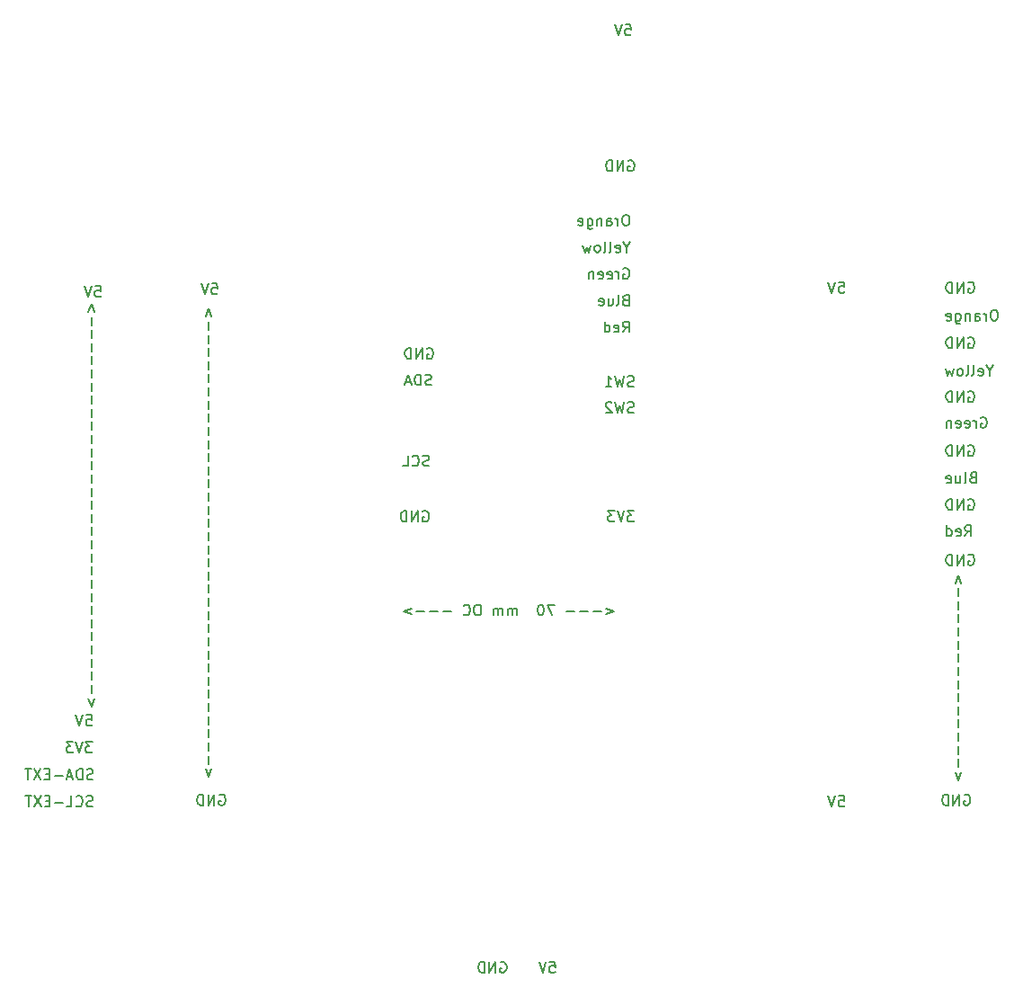
<source format=gbr>
%TF.GenerationSoftware,KiCad,Pcbnew,(5.1.9)-1*%
%TF.CreationDate,2023-04-15T18:22:43-04:00*%
%TF.ProjectId,ESP backpack,45535020-6261-4636-9b70-61636b2e6b69,rev?*%
%TF.SameCoordinates,Original*%
%TF.FileFunction,Legend,Bot*%
%TF.FilePolarity,Positive*%
%FSLAX46Y46*%
G04 Gerber Fmt 4.6, Leading zero omitted, Abs format (unit mm)*
G04 Created by KiCad (PCBNEW (5.1.9)-1) date 2023-04-15 18:22:43*
%MOMM*%
%LPD*%
G01*
G04 APERTURE LIST*
%ADD10C,0.150000*%
G04 APERTURE END LIST*
D10*
X60820133Y-37488761D02*
X60677276Y-37536380D01*
X60439180Y-37536380D01*
X60343942Y-37488761D01*
X60296323Y-37441142D01*
X60248704Y-37345904D01*
X60248704Y-37250666D01*
X60296323Y-37155428D01*
X60343942Y-37107809D01*
X60439180Y-37060190D01*
X60629657Y-37012571D01*
X60724895Y-36964952D01*
X60772514Y-36917333D01*
X60820133Y-36822095D01*
X60820133Y-36726857D01*
X60772514Y-36631619D01*
X60724895Y-36584000D01*
X60629657Y-36536380D01*
X60391561Y-36536380D01*
X60248704Y-36584000D01*
X59915371Y-36536380D02*
X59677276Y-37536380D01*
X59486800Y-36822095D01*
X59296323Y-37536380D01*
X59058228Y-36536380D01*
X58724895Y-36631619D02*
X58677276Y-36584000D01*
X58582038Y-36536380D01*
X58343942Y-36536380D01*
X58248704Y-36584000D01*
X58201085Y-36631619D01*
X58153466Y-36726857D01*
X58153466Y-36822095D01*
X58201085Y-36964952D01*
X58772514Y-37536380D01*
X58153466Y-37536380D01*
X60820133Y-35050361D02*
X60677276Y-35097980D01*
X60439180Y-35097980D01*
X60343942Y-35050361D01*
X60296323Y-35002742D01*
X60248704Y-34907504D01*
X60248704Y-34812266D01*
X60296323Y-34717028D01*
X60343942Y-34669409D01*
X60439180Y-34621790D01*
X60629657Y-34574171D01*
X60724895Y-34526552D01*
X60772514Y-34478933D01*
X60820133Y-34383695D01*
X60820133Y-34288457D01*
X60772514Y-34193219D01*
X60724895Y-34145600D01*
X60629657Y-34097980D01*
X60391561Y-34097980D01*
X60248704Y-34145600D01*
X59915371Y-34097980D02*
X59677276Y-35097980D01*
X59486800Y-34383695D01*
X59296323Y-35097980D01*
X59058228Y-34097980D01*
X58153466Y-35097980D02*
X58724895Y-35097980D01*
X58439180Y-35097980D02*
X58439180Y-34097980D01*
X58534419Y-34240838D01*
X58629657Y-34336076D01*
X58724895Y-34383695D01*
X41752685Y-34897961D02*
X41609828Y-34945580D01*
X41371733Y-34945580D01*
X41276495Y-34897961D01*
X41228876Y-34850342D01*
X41181257Y-34755104D01*
X41181257Y-34659866D01*
X41228876Y-34564628D01*
X41276495Y-34517009D01*
X41371733Y-34469390D01*
X41562209Y-34421771D01*
X41657447Y-34374152D01*
X41705066Y-34326533D01*
X41752685Y-34231295D01*
X41752685Y-34136057D01*
X41705066Y-34040819D01*
X41657447Y-33993200D01*
X41562209Y-33945580D01*
X41324114Y-33945580D01*
X41181257Y-33993200D01*
X40752685Y-34945580D02*
X40752685Y-33945580D01*
X40514590Y-33945580D01*
X40371733Y-33993200D01*
X40276495Y-34088438D01*
X40228876Y-34183676D01*
X40181257Y-34374152D01*
X40181257Y-34517009D01*
X40228876Y-34707485D01*
X40276495Y-34802723D01*
X40371733Y-34897961D01*
X40514590Y-34945580D01*
X40752685Y-34945580D01*
X39800304Y-34659866D02*
X39324114Y-34659866D01*
X39895542Y-34945580D02*
X39562209Y-33945580D01*
X39228876Y-34945580D01*
X41525676Y-42517961D02*
X41382819Y-42565580D01*
X41144723Y-42565580D01*
X41049485Y-42517961D01*
X41001866Y-42470342D01*
X40954247Y-42375104D01*
X40954247Y-42279866D01*
X41001866Y-42184628D01*
X41049485Y-42137009D01*
X41144723Y-42089390D01*
X41335200Y-42041771D01*
X41430438Y-41994152D01*
X41478057Y-41946533D01*
X41525676Y-41851295D01*
X41525676Y-41756057D01*
X41478057Y-41660819D01*
X41430438Y-41613200D01*
X41335200Y-41565580D01*
X41097104Y-41565580D01*
X40954247Y-41613200D01*
X39954247Y-42470342D02*
X40001866Y-42517961D01*
X40144723Y-42565580D01*
X40239961Y-42565580D01*
X40382819Y-42517961D01*
X40478057Y-42422723D01*
X40525676Y-42327485D01*
X40573295Y-42137009D01*
X40573295Y-41994152D01*
X40525676Y-41803676D01*
X40478057Y-41708438D01*
X40382819Y-41613200D01*
X40239961Y-41565580D01*
X40144723Y-41565580D01*
X40001866Y-41613200D01*
X39954247Y-41660819D01*
X39049485Y-42565580D02*
X39525676Y-42565580D01*
X39525676Y-41565580D01*
X60826495Y-46797980D02*
X60207447Y-46797980D01*
X60540780Y-47178933D01*
X60397923Y-47178933D01*
X60302685Y-47226552D01*
X60255066Y-47274171D01*
X60207447Y-47369409D01*
X60207447Y-47607504D01*
X60255066Y-47702742D01*
X60302685Y-47750361D01*
X60397923Y-47797980D01*
X60683638Y-47797980D01*
X60778876Y-47750361D01*
X60826495Y-47702742D01*
X59921733Y-46797980D02*
X59588400Y-47797980D01*
X59255066Y-46797980D01*
X59016971Y-46797980D02*
X58397923Y-46797980D01*
X58731257Y-47178933D01*
X58588400Y-47178933D01*
X58493161Y-47226552D01*
X58445542Y-47274171D01*
X58397923Y-47369409D01*
X58397923Y-47607504D01*
X58445542Y-47702742D01*
X58493161Y-47750361D01*
X58588400Y-47797980D01*
X58874114Y-47797980D01*
X58969352Y-47750361D01*
X59016971Y-47702742D01*
X41351104Y-31504000D02*
X41446342Y-31456380D01*
X41589200Y-31456380D01*
X41732057Y-31504000D01*
X41827295Y-31599238D01*
X41874914Y-31694476D01*
X41922533Y-31884952D01*
X41922533Y-32027809D01*
X41874914Y-32218285D01*
X41827295Y-32313523D01*
X41732057Y-32408761D01*
X41589200Y-32456380D01*
X41493961Y-32456380D01*
X41351104Y-32408761D01*
X41303485Y-32361142D01*
X41303485Y-32027809D01*
X41493961Y-32027809D01*
X40874914Y-32456380D02*
X40874914Y-31456380D01*
X40303485Y-32456380D01*
X40303485Y-31456380D01*
X39827295Y-32456380D02*
X39827295Y-31456380D01*
X39589200Y-31456380D01*
X39446342Y-31504000D01*
X39351104Y-31599238D01*
X39303485Y-31694476D01*
X39255866Y-31884952D01*
X39255866Y-32027809D01*
X39303485Y-32218285D01*
X39351104Y-32313523D01*
X39446342Y-32408761D01*
X39589200Y-32456380D01*
X39827295Y-32456380D01*
X40944704Y-46845600D02*
X41039942Y-46797980D01*
X41182800Y-46797980D01*
X41325657Y-46845600D01*
X41420895Y-46940838D01*
X41468514Y-47036076D01*
X41516133Y-47226552D01*
X41516133Y-47369409D01*
X41468514Y-47559885D01*
X41420895Y-47655123D01*
X41325657Y-47750361D01*
X41182800Y-47797980D01*
X41087561Y-47797980D01*
X40944704Y-47750361D01*
X40897085Y-47702742D01*
X40897085Y-47369409D01*
X41087561Y-47369409D01*
X40468514Y-47797980D02*
X40468514Y-46797980D01*
X39897085Y-47797980D01*
X39897085Y-46797980D01*
X39420895Y-47797980D02*
X39420895Y-46797980D01*
X39182800Y-46797980D01*
X39039942Y-46845600D01*
X38944704Y-46940838D01*
X38897085Y-47036076D01*
X38849466Y-47226552D01*
X38849466Y-47369409D01*
X38897085Y-47559885D01*
X38944704Y-47655123D01*
X39039942Y-47750361D01*
X39182800Y-47797980D01*
X39420895Y-47797980D01*
X60299504Y-13825600D02*
X60394742Y-13777980D01*
X60537600Y-13777980D01*
X60680457Y-13825600D01*
X60775695Y-13920838D01*
X60823314Y-14016076D01*
X60870933Y-14206552D01*
X60870933Y-14349409D01*
X60823314Y-14539885D01*
X60775695Y-14635123D01*
X60680457Y-14730361D01*
X60537600Y-14777980D01*
X60442361Y-14777980D01*
X60299504Y-14730361D01*
X60251885Y-14682742D01*
X60251885Y-14349409D01*
X60442361Y-14349409D01*
X59823314Y-14777980D02*
X59823314Y-13777980D01*
X59251885Y-14777980D01*
X59251885Y-13777980D01*
X58775695Y-14777980D02*
X58775695Y-13777980D01*
X58537600Y-13777980D01*
X58394742Y-13825600D01*
X58299504Y-13920838D01*
X58251885Y-14016076D01*
X58204266Y-14206552D01*
X58204266Y-14349409D01*
X58251885Y-14539885D01*
X58299504Y-14635123D01*
X58394742Y-14730361D01*
X58537600Y-14777980D01*
X58775695Y-14777980D01*
X60032876Y-976380D02*
X60509066Y-976380D01*
X60556685Y-1452571D01*
X60509066Y-1404952D01*
X60413828Y-1357333D01*
X60175733Y-1357333D01*
X60080495Y-1404952D01*
X60032876Y-1452571D01*
X59985257Y-1547809D01*
X59985257Y-1785904D01*
X60032876Y-1881142D01*
X60080495Y-1928761D01*
X60175733Y-1976380D01*
X60413828Y-1976380D01*
X60509066Y-1928761D01*
X60556685Y-1881142D01*
X59699542Y-976380D02*
X59366209Y-1976380D01*
X59032876Y-976380D01*
X59788371Y-29949980D02*
X60121704Y-29473790D01*
X60359800Y-29949980D02*
X60359800Y-28949980D01*
X59978847Y-28949980D01*
X59883609Y-28997600D01*
X59835990Y-29045219D01*
X59788371Y-29140457D01*
X59788371Y-29283314D01*
X59835990Y-29378552D01*
X59883609Y-29426171D01*
X59978847Y-29473790D01*
X60359800Y-29473790D01*
X58978847Y-29902361D02*
X59074085Y-29949980D01*
X59264562Y-29949980D01*
X59359800Y-29902361D01*
X59407419Y-29807123D01*
X59407419Y-29426171D01*
X59359800Y-29330933D01*
X59264562Y-29283314D01*
X59074085Y-29283314D01*
X58978847Y-29330933D01*
X58931228Y-29426171D01*
X58931228Y-29521409D01*
X59407419Y-29616647D01*
X58074085Y-29949980D02*
X58074085Y-28949980D01*
X58074085Y-29902361D02*
X58169323Y-29949980D01*
X58359800Y-29949980D01*
X58455038Y-29902361D01*
X58502657Y-29854742D01*
X58550276Y-29759504D01*
X58550276Y-29473790D01*
X58502657Y-29378552D01*
X58455038Y-29330933D01*
X58359800Y-29283314D01*
X58169323Y-29283314D01*
X58074085Y-29330933D01*
X60026467Y-26916571D02*
X59883610Y-26964190D01*
X59835991Y-27011809D01*
X59788372Y-27107047D01*
X59788372Y-27249904D01*
X59835991Y-27345142D01*
X59883610Y-27392761D01*
X59978848Y-27440380D01*
X60359800Y-27440380D01*
X60359800Y-26440380D01*
X60026467Y-26440380D01*
X59931229Y-26488000D01*
X59883610Y-26535619D01*
X59835991Y-26630857D01*
X59835991Y-26726095D01*
X59883610Y-26821333D01*
X59931229Y-26868952D01*
X60026467Y-26916571D01*
X60359800Y-26916571D01*
X59216943Y-27440380D02*
X59312181Y-27392761D01*
X59359800Y-27297523D01*
X59359800Y-26440380D01*
X58407419Y-26773714D02*
X58407419Y-27440380D01*
X58835991Y-26773714D02*
X58835991Y-27297523D01*
X58788372Y-27392761D01*
X58693134Y-27440380D01*
X58550277Y-27440380D01*
X58455039Y-27392761D01*
X58407419Y-27345142D01*
X57550277Y-27392761D02*
X57645515Y-27440380D01*
X57835991Y-27440380D01*
X57931229Y-27392761D01*
X57978848Y-27297523D01*
X57978848Y-26916571D01*
X57931229Y-26821333D01*
X57835991Y-26773714D01*
X57645515Y-26773714D01*
X57550277Y-26821333D01*
X57502658Y-26916571D01*
X57502658Y-27011809D01*
X57978848Y-27107047D01*
X59835990Y-23978400D02*
X59931228Y-23930780D01*
X60074086Y-23930780D01*
X60216943Y-23978400D01*
X60312181Y-24073638D01*
X60359800Y-24168876D01*
X60407419Y-24359352D01*
X60407419Y-24502209D01*
X60359800Y-24692685D01*
X60312181Y-24787923D01*
X60216943Y-24883161D01*
X60074086Y-24930780D01*
X59978848Y-24930780D01*
X59835990Y-24883161D01*
X59788371Y-24835542D01*
X59788371Y-24502209D01*
X59978848Y-24502209D01*
X59359800Y-24930780D02*
X59359800Y-24264114D01*
X59359800Y-24454590D02*
X59312181Y-24359352D01*
X59264562Y-24311733D01*
X59169324Y-24264114D01*
X59074086Y-24264114D01*
X58359800Y-24883161D02*
X58455038Y-24930780D01*
X58645514Y-24930780D01*
X58740752Y-24883161D01*
X58788371Y-24787923D01*
X58788371Y-24406971D01*
X58740752Y-24311733D01*
X58645514Y-24264114D01*
X58455038Y-24264114D01*
X58359800Y-24311733D01*
X58312181Y-24406971D01*
X58312181Y-24502209D01*
X58788371Y-24597447D01*
X57502657Y-24883161D02*
X57597895Y-24930780D01*
X57788371Y-24930780D01*
X57883609Y-24883161D01*
X57931228Y-24787923D01*
X57931228Y-24406971D01*
X57883609Y-24311733D01*
X57788371Y-24264114D01*
X57597895Y-24264114D01*
X57502657Y-24311733D01*
X57455038Y-24406971D01*
X57455038Y-24502209D01*
X57931228Y-24597447D01*
X57026467Y-24264114D02*
X57026467Y-24930780D01*
X57026467Y-24359352D02*
X56978848Y-24311733D01*
X56883609Y-24264114D01*
X56740752Y-24264114D01*
X56645514Y-24311733D01*
X56597895Y-24406971D01*
X56597895Y-24930780D01*
X60169324Y-21944990D02*
X60169324Y-22421180D01*
X60502657Y-21421180D02*
X60169324Y-21944990D01*
X59835991Y-21421180D01*
X59121705Y-22373561D02*
X59216943Y-22421180D01*
X59407419Y-22421180D01*
X59502657Y-22373561D01*
X59550276Y-22278323D01*
X59550276Y-21897371D01*
X59502657Y-21802133D01*
X59407419Y-21754514D01*
X59216943Y-21754514D01*
X59121705Y-21802133D01*
X59074086Y-21897371D01*
X59074086Y-21992609D01*
X59550276Y-22087847D01*
X58502657Y-22421180D02*
X58597895Y-22373561D01*
X58645514Y-22278323D01*
X58645514Y-21421180D01*
X57978848Y-22421180D02*
X58074086Y-22373561D01*
X58121705Y-22278323D01*
X58121705Y-21421180D01*
X57455038Y-22421180D02*
X57550276Y-22373561D01*
X57597895Y-22325942D01*
X57645514Y-22230704D01*
X57645514Y-21944990D01*
X57597895Y-21849752D01*
X57550276Y-21802133D01*
X57455038Y-21754514D01*
X57312181Y-21754514D01*
X57216943Y-21802133D01*
X57169324Y-21849752D01*
X57121705Y-21944990D01*
X57121705Y-22230704D01*
X57169324Y-22325942D01*
X57216943Y-22373561D01*
X57312181Y-22421180D01*
X57455038Y-22421180D01*
X56788372Y-21754514D02*
X56597895Y-22421180D01*
X56407419Y-21944990D01*
X56216943Y-22421180D01*
X56026467Y-21754514D01*
X60169324Y-18911580D02*
X59978848Y-18911580D01*
X59883609Y-18959200D01*
X59788371Y-19054438D01*
X59740752Y-19244914D01*
X59740752Y-19578247D01*
X59788371Y-19768723D01*
X59883609Y-19863961D01*
X59978848Y-19911580D01*
X60169324Y-19911580D01*
X60264562Y-19863961D01*
X60359800Y-19768723D01*
X60407419Y-19578247D01*
X60407419Y-19244914D01*
X60359800Y-19054438D01*
X60264562Y-18959200D01*
X60169324Y-18911580D01*
X59312181Y-19911580D02*
X59312181Y-19244914D01*
X59312181Y-19435390D02*
X59264562Y-19340152D01*
X59216943Y-19292533D01*
X59121705Y-19244914D01*
X59026467Y-19244914D01*
X58264562Y-19911580D02*
X58264562Y-19387771D01*
X58312181Y-19292533D01*
X58407419Y-19244914D01*
X58597895Y-19244914D01*
X58693133Y-19292533D01*
X58264562Y-19863961D02*
X58359800Y-19911580D01*
X58597895Y-19911580D01*
X58693133Y-19863961D01*
X58740752Y-19768723D01*
X58740752Y-19673485D01*
X58693133Y-19578247D01*
X58597895Y-19530628D01*
X58359800Y-19530628D01*
X58264562Y-19483009D01*
X57788371Y-19244914D02*
X57788371Y-19911580D01*
X57788371Y-19340152D02*
X57740752Y-19292533D01*
X57645514Y-19244914D01*
X57502657Y-19244914D01*
X57407419Y-19292533D01*
X57359800Y-19387771D01*
X57359800Y-19911580D01*
X56455038Y-19244914D02*
X56455038Y-20054438D01*
X56502657Y-20149676D01*
X56550276Y-20197295D01*
X56645514Y-20244914D01*
X56788371Y-20244914D01*
X56883609Y-20197295D01*
X56455038Y-19863961D02*
X56550276Y-19911580D01*
X56740752Y-19911580D01*
X56835990Y-19863961D01*
X56883609Y-19816342D01*
X56931228Y-19721104D01*
X56931228Y-19435390D01*
X56883609Y-19340152D01*
X56835990Y-19292533D01*
X56740752Y-19244914D01*
X56550276Y-19244914D01*
X56455038Y-19292533D01*
X55597895Y-19863961D02*
X55693133Y-19911580D01*
X55883609Y-19911580D01*
X55978848Y-19863961D01*
X56026467Y-19768723D01*
X56026467Y-19387771D01*
X55978848Y-19292533D01*
X55883609Y-19244914D01*
X55693133Y-19244914D01*
X55597895Y-19292533D01*
X55550276Y-19387771D01*
X55550276Y-19483009D01*
X56026467Y-19578247D01*
X9814595Y-68540380D02*
X9195547Y-68540380D01*
X9528880Y-68921333D01*
X9386023Y-68921333D01*
X9290785Y-68968952D01*
X9243166Y-69016571D01*
X9195547Y-69111809D01*
X9195547Y-69349904D01*
X9243166Y-69445142D01*
X9290785Y-69492761D01*
X9386023Y-69540380D01*
X9671738Y-69540380D01*
X9766976Y-69492761D01*
X9814595Y-69445142D01*
X8909833Y-68540380D02*
X8576500Y-69540380D01*
X8243166Y-68540380D01*
X8005071Y-68540380D02*
X7386023Y-68540380D01*
X7719357Y-68921333D01*
X7576500Y-68921333D01*
X7481261Y-68968952D01*
X7433642Y-69016571D01*
X7386023Y-69111809D01*
X7386023Y-69349904D01*
X7433642Y-69445142D01*
X7481261Y-69492761D01*
X7576500Y-69540380D01*
X7862214Y-69540380D01*
X7957452Y-69492761D01*
X8005071Y-69445142D01*
X9873857Y-72032761D02*
X9731000Y-72080380D01*
X9492904Y-72080380D01*
X9397666Y-72032761D01*
X9350047Y-71985142D01*
X9302428Y-71889904D01*
X9302428Y-71794666D01*
X9350047Y-71699428D01*
X9397666Y-71651809D01*
X9492904Y-71604190D01*
X9683380Y-71556571D01*
X9778619Y-71508952D01*
X9826238Y-71461333D01*
X9873857Y-71366095D01*
X9873857Y-71270857D01*
X9826238Y-71175619D01*
X9778619Y-71128000D01*
X9683380Y-71080380D01*
X9445285Y-71080380D01*
X9302428Y-71128000D01*
X8873857Y-72080380D02*
X8873857Y-71080380D01*
X8635761Y-71080380D01*
X8492904Y-71128000D01*
X8397666Y-71223238D01*
X8350047Y-71318476D01*
X8302428Y-71508952D01*
X8302428Y-71651809D01*
X8350047Y-71842285D01*
X8397666Y-71937523D01*
X8492904Y-72032761D01*
X8635761Y-72080380D01*
X8873857Y-72080380D01*
X7921476Y-71794666D02*
X7445285Y-71794666D01*
X8016714Y-72080380D02*
X7683380Y-71080380D01*
X7350047Y-72080380D01*
X7016714Y-71699428D02*
X6254809Y-71699428D01*
X5778619Y-71556571D02*
X5445285Y-71556571D01*
X5302428Y-72080380D02*
X5778619Y-72080380D01*
X5778619Y-71080380D01*
X5302428Y-71080380D01*
X4969095Y-71080380D02*
X4302428Y-72080380D01*
X4302428Y-71080380D02*
X4969095Y-72080380D01*
X4064333Y-71080380D02*
X3492904Y-71080380D01*
X3778619Y-72080380D02*
X3778619Y-71080380D01*
X9850047Y-74572761D02*
X9707190Y-74620380D01*
X9469095Y-74620380D01*
X9373857Y-74572761D01*
X9326238Y-74525142D01*
X9278619Y-74429904D01*
X9278619Y-74334666D01*
X9326238Y-74239428D01*
X9373857Y-74191809D01*
X9469095Y-74144190D01*
X9659571Y-74096571D01*
X9754809Y-74048952D01*
X9802428Y-74001333D01*
X9850047Y-73906095D01*
X9850047Y-73810857D01*
X9802428Y-73715619D01*
X9754809Y-73668000D01*
X9659571Y-73620380D01*
X9421476Y-73620380D01*
X9278619Y-73668000D01*
X8278619Y-74525142D02*
X8326238Y-74572761D01*
X8469095Y-74620380D01*
X8564333Y-74620380D01*
X8707190Y-74572761D01*
X8802428Y-74477523D01*
X8850047Y-74382285D01*
X8897666Y-74191809D01*
X8897666Y-74048952D01*
X8850047Y-73858476D01*
X8802428Y-73763238D01*
X8707190Y-73668000D01*
X8564333Y-73620380D01*
X8469095Y-73620380D01*
X8326238Y-73668000D01*
X8278619Y-73715619D01*
X7373857Y-74620380D02*
X7850047Y-74620380D01*
X7850047Y-73620380D01*
X7040523Y-74239428D02*
X6278619Y-74239428D01*
X5802428Y-74096571D02*
X5469095Y-74096571D01*
X5326238Y-74620380D02*
X5802428Y-74620380D01*
X5802428Y-73620380D01*
X5326238Y-73620380D01*
X4992904Y-73620380D02*
X4326238Y-74620380D01*
X4326238Y-73620380D02*
X4992904Y-74620380D01*
X4088142Y-73620380D02*
X3516714Y-73620380D01*
X3802428Y-74620380D02*
X3802428Y-73620380D01*
X21784404Y-73541000D02*
X21879642Y-73493380D01*
X22022500Y-73493380D01*
X22165357Y-73541000D01*
X22260595Y-73636238D01*
X22308214Y-73731476D01*
X22355833Y-73921952D01*
X22355833Y-74064809D01*
X22308214Y-74255285D01*
X22260595Y-74350523D01*
X22165357Y-74445761D01*
X22022500Y-74493380D01*
X21927261Y-74493380D01*
X21784404Y-74445761D01*
X21736785Y-74398142D01*
X21736785Y-74064809D01*
X21927261Y-74064809D01*
X21308214Y-74493380D02*
X21308214Y-73493380D01*
X20736785Y-74493380D01*
X20736785Y-73493380D01*
X20260595Y-74493380D02*
X20260595Y-73493380D01*
X20022500Y-73493380D01*
X19879642Y-73541000D01*
X19784404Y-73636238D01*
X19736785Y-73731476D01*
X19689166Y-73921952D01*
X19689166Y-74064809D01*
X19736785Y-74255285D01*
X19784404Y-74350523D01*
X19879642Y-74445761D01*
X20022500Y-74493380D01*
X20260595Y-74493380D01*
X92328904Y-40648000D02*
X92424142Y-40600380D01*
X92567000Y-40600380D01*
X92709857Y-40648000D01*
X92805095Y-40743238D01*
X92852714Y-40838476D01*
X92900333Y-41028952D01*
X92900333Y-41171809D01*
X92852714Y-41362285D01*
X92805095Y-41457523D01*
X92709857Y-41552761D01*
X92567000Y-41600380D01*
X92471761Y-41600380D01*
X92328904Y-41552761D01*
X92281285Y-41505142D01*
X92281285Y-41171809D01*
X92471761Y-41171809D01*
X91852714Y-41600380D02*
X91852714Y-40600380D01*
X91281285Y-41600380D01*
X91281285Y-40600380D01*
X90805095Y-41600380D02*
X90805095Y-40600380D01*
X90567000Y-40600380D01*
X90424142Y-40648000D01*
X90328904Y-40743238D01*
X90281285Y-40838476D01*
X90233666Y-41028952D01*
X90233666Y-41171809D01*
X90281285Y-41362285D01*
X90328904Y-41457523D01*
X90424142Y-41552761D01*
X90567000Y-41600380D01*
X90805095Y-41600380D01*
X92328904Y-35568000D02*
X92424142Y-35520380D01*
X92567000Y-35520380D01*
X92709857Y-35568000D01*
X92805095Y-35663238D01*
X92852714Y-35758476D01*
X92900333Y-35948952D01*
X92900333Y-36091809D01*
X92852714Y-36282285D01*
X92805095Y-36377523D01*
X92709857Y-36472761D01*
X92567000Y-36520380D01*
X92471761Y-36520380D01*
X92328904Y-36472761D01*
X92281285Y-36425142D01*
X92281285Y-36091809D01*
X92471761Y-36091809D01*
X91852714Y-36520380D02*
X91852714Y-35520380D01*
X91281285Y-36520380D01*
X91281285Y-35520380D01*
X90805095Y-36520380D02*
X90805095Y-35520380D01*
X90567000Y-35520380D01*
X90424142Y-35568000D01*
X90328904Y-35663238D01*
X90281285Y-35758476D01*
X90233666Y-35948952D01*
X90233666Y-36091809D01*
X90281285Y-36282285D01*
X90328904Y-36377523D01*
X90424142Y-36472761D01*
X90567000Y-36520380D01*
X90805095Y-36520380D01*
X92328904Y-25281000D02*
X92424142Y-25233380D01*
X92567000Y-25233380D01*
X92709857Y-25281000D01*
X92805095Y-25376238D01*
X92852714Y-25471476D01*
X92900333Y-25661952D01*
X92900333Y-25804809D01*
X92852714Y-25995285D01*
X92805095Y-26090523D01*
X92709857Y-26185761D01*
X92567000Y-26233380D01*
X92471761Y-26233380D01*
X92328904Y-26185761D01*
X92281285Y-26138142D01*
X92281285Y-25804809D01*
X92471761Y-25804809D01*
X91852714Y-26233380D02*
X91852714Y-25233380D01*
X91281285Y-26233380D01*
X91281285Y-25233380D01*
X90805095Y-26233380D02*
X90805095Y-25233380D01*
X90567000Y-25233380D01*
X90424142Y-25281000D01*
X90328904Y-25376238D01*
X90281285Y-25471476D01*
X90233666Y-25661952D01*
X90233666Y-25804809D01*
X90281285Y-25995285D01*
X90328904Y-26090523D01*
X90424142Y-26185761D01*
X90567000Y-26233380D01*
X90805095Y-26233380D01*
X92328904Y-30488000D02*
X92424142Y-30440380D01*
X92567000Y-30440380D01*
X92709857Y-30488000D01*
X92805095Y-30583238D01*
X92852714Y-30678476D01*
X92900333Y-30868952D01*
X92900333Y-31011809D01*
X92852714Y-31202285D01*
X92805095Y-31297523D01*
X92709857Y-31392761D01*
X92567000Y-31440380D01*
X92471761Y-31440380D01*
X92328904Y-31392761D01*
X92281285Y-31345142D01*
X92281285Y-31011809D01*
X92471761Y-31011809D01*
X91852714Y-31440380D02*
X91852714Y-30440380D01*
X91281285Y-31440380D01*
X91281285Y-30440380D01*
X90805095Y-31440380D02*
X90805095Y-30440380D01*
X90567000Y-30440380D01*
X90424142Y-30488000D01*
X90328904Y-30583238D01*
X90281285Y-30678476D01*
X90233666Y-30868952D01*
X90233666Y-31011809D01*
X90281285Y-31202285D01*
X90328904Y-31297523D01*
X90424142Y-31392761D01*
X90567000Y-31440380D01*
X90805095Y-31440380D01*
X92328904Y-45728000D02*
X92424142Y-45680380D01*
X92567000Y-45680380D01*
X92709857Y-45728000D01*
X92805095Y-45823238D01*
X92852714Y-45918476D01*
X92900333Y-46108952D01*
X92900333Y-46251809D01*
X92852714Y-46442285D01*
X92805095Y-46537523D01*
X92709857Y-46632761D01*
X92567000Y-46680380D01*
X92471761Y-46680380D01*
X92328904Y-46632761D01*
X92281285Y-46585142D01*
X92281285Y-46251809D01*
X92471761Y-46251809D01*
X91852714Y-46680380D02*
X91852714Y-45680380D01*
X91281285Y-46680380D01*
X91281285Y-45680380D01*
X90805095Y-46680380D02*
X90805095Y-45680380D01*
X90567000Y-45680380D01*
X90424142Y-45728000D01*
X90328904Y-45823238D01*
X90281285Y-45918476D01*
X90233666Y-46108952D01*
X90233666Y-46251809D01*
X90281285Y-46442285D01*
X90328904Y-46537523D01*
X90424142Y-46632761D01*
X90567000Y-46680380D01*
X90805095Y-46680380D01*
X92328904Y-50935000D02*
X92424142Y-50887380D01*
X92567000Y-50887380D01*
X92709857Y-50935000D01*
X92805095Y-51030238D01*
X92852714Y-51125476D01*
X92900333Y-51315952D01*
X92900333Y-51458809D01*
X92852714Y-51649285D01*
X92805095Y-51744523D01*
X92709857Y-51839761D01*
X92567000Y-51887380D01*
X92471761Y-51887380D01*
X92328904Y-51839761D01*
X92281285Y-51792142D01*
X92281285Y-51458809D01*
X92471761Y-51458809D01*
X91852714Y-51887380D02*
X91852714Y-50887380D01*
X91281285Y-51887380D01*
X91281285Y-50887380D01*
X90805095Y-51887380D02*
X90805095Y-50887380D01*
X90567000Y-50887380D01*
X90424142Y-50935000D01*
X90328904Y-51030238D01*
X90281285Y-51125476D01*
X90233666Y-51315952D01*
X90233666Y-51458809D01*
X90281285Y-51649285D01*
X90328904Y-51744523D01*
X90424142Y-51839761D01*
X90567000Y-51887380D01*
X90805095Y-51887380D01*
X91098714Y-53579238D02*
X91384428Y-52817333D01*
X91670142Y-53579238D01*
X91384428Y-54055428D02*
X91384428Y-54817333D01*
X91384428Y-55293523D02*
X91384428Y-56055428D01*
X91384428Y-56531619D02*
X91384428Y-57293523D01*
X91384428Y-57769714D02*
X91384428Y-58531619D01*
X91384428Y-59007809D02*
X91384428Y-59769714D01*
X91384428Y-60245904D02*
X91384428Y-61007809D01*
X91384428Y-61484000D02*
X91384428Y-62245904D01*
X91384428Y-62722095D02*
X91384428Y-63484000D01*
X91384428Y-63960190D02*
X91384428Y-64722095D01*
X91384428Y-65198285D02*
X91384428Y-65960190D01*
X91384428Y-66436380D02*
X91384428Y-67198285D01*
X91384428Y-67674476D02*
X91384428Y-68436380D01*
X91384428Y-68912571D02*
X91384428Y-69674476D01*
X91384428Y-70150666D02*
X91384428Y-70912571D01*
X91098714Y-71388761D02*
X91384428Y-72150666D01*
X91670142Y-71388761D01*
X91947904Y-73541000D02*
X92043142Y-73493380D01*
X92186000Y-73493380D01*
X92328857Y-73541000D01*
X92424095Y-73636238D01*
X92471714Y-73731476D01*
X92519333Y-73921952D01*
X92519333Y-74064809D01*
X92471714Y-74255285D01*
X92424095Y-74350523D01*
X92328857Y-74445761D01*
X92186000Y-74493380D01*
X92090761Y-74493380D01*
X91947904Y-74445761D01*
X91900285Y-74398142D01*
X91900285Y-74064809D01*
X92090761Y-74064809D01*
X91471714Y-74493380D02*
X91471714Y-73493380D01*
X90900285Y-74493380D01*
X90900285Y-73493380D01*
X90424095Y-74493380D02*
X90424095Y-73493380D01*
X90186000Y-73493380D01*
X90043142Y-73541000D01*
X89947904Y-73636238D01*
X89900285Y-73731476D01*
X89852666Y-73921952D01*
X89852666Y-74064809D01*
X89900285Y-74255285D01*
X89947904Y-74350523D01*
X90043142Y-74445761D01*
X90186000Y-74493380D01*
X90424095Y-74493380D01*
X80140976Y-25233380D02*
X80617166Y-25233380D01*
X80664785Y-25709571D01*
X80617166Y-25661952D01*
X80521928Y-25614333D01*
X80283833Y-25614333D01*
X80188595Y-25661952D01*
X80140976Y-25709571D01*
X80093357Y-25804809D01*
X80093357Y-26042904D01*
X80140976Y-26138142D01*
X80188595Y-26185761D01*
X80283833Y-26233380D01*
X80521928Y-26233380D01*
X80617166Y-26185761D01*
X80664785Y-26138142D01*
X79807642Y-25233380D02*
X79474309Y-26233380D01*
X79140976Y-25233380D01*
X80140976Y-73620380D02*
X80617166Y-73620380D01*
X80664785Y-74096571D01*
X80617166Y-74048952D01*
X80521928Y-74001333D01*
X80283833Y-74001333D01*
X80188595Y-74048952D01*
X80140976Y-74096571D01*
X80093357Y-74191809D01*
X80093357Y-74429904D01*
X80140976Y-74525142D01*
X80188595Y-74572761D01*
X80283833Y-74620380D01*
X80521928Y-74620380D01*
X80617166Y-74572761D01*
X80664785Y-74525142D01*
X79807642Y-73620380D02*
X79474309Y-74620380D01*
X79140976Y-73620380D01*
X20486714Y-28498285D02*
X20772428Y-27736380D01*
X21058142Y-28498285D01*
X20772428Y-28974476D02*
X20772428Y-29736380D01*
X20772428Y-30212571D02*
X20772428Y-30974476D01*
X20772428Y-31450666D02*
X20772428Y-32212571D01*
X20772428Y-32688761D02*
X20772428Y-33450666D01*
X20772428Y-33926857D02*
X20772428Y-34688761D01*
X20772428Y-35164952D02*
X20772428Y-35926857D01*
X20772428Y-36403047D02*
X20772428Y-37164952D01*
X20772428Y-37641142D02*
X20772428Y-38403047D01*
X20772428Y-38879238D02*
X20772428Y-39641142D01*
X20772428Y-40117333D02*
X20772428Y-40879238D01*
X20772428Y-41355428D02*
X20772428Y-42117333D01*
X20772428Y-42593523D02*
X20772428Y-43355428D01*
X20772428Y-43831619D02*
X20772428Y-44593523D01*
X20772428Y-45069714D02*
X20772428Y-45831619D01*
X20772428Y-46307809D02*
X20772428Y-47069714D01*
X20772428Y-47545904D02*
X20772428Y-48307809D01*
X20772428Y-48784000D02*
X20772428Y-49545904D01*
X20772428Y-50022095D02*
X20772428Y-50784000D01*
X20772428Y-51260190D02*
X20772428Y-52022095D01*
X20772428Y-52498285D02*
X20772428Y-53260190D01*
X20772428Y-53736380D02*
X20772428Y-54498285D01*
X20772428Y-54974476D02*
X20772428Y-55736380D01*
X20772428Y-56212571D02*
X20772428Y-56974476D01*
X20772428Y-57450666D02*
X20772428Y-58212571D01*
X20772428Y-58688761D02*
X20772428Y-59450666D01*
X20772428Y-59926857D02*
X20772428Y-60688761D01*
X20772428Y-61164952D02*
X20772428Y-61926857D01*
X20772428Y-62403047D02*
X20772428Y-63164952D01*
X20772428Y-63641142D02*
X20772428Y-64403047D01*
X20772428Y-64879238D02*
X20772428Y-65641142D01*
X20772428Y-66117333D02*
X20772428Y-66879238D01*
X20772428Y-67355428D02*
X20772428Y-68117333D01*
X20772428Y-68593523D02*
X20772428Y-69355428D01*
X20772428Y-69831619D02*
X20772428Y-70593523D01*
X20486714Y-71069714D02*
X20772428Y-71831619D01*
X21058142Y-71069714D01*
X21085976Y-25360380D02*
X21562166Y-25360380D01*
X21609785Y-25836571D01*
X21562166Y-25788952D01*
X21466928Y-25741333D01*
X21228833Y-25741333D01*
X21133595Y-25788952D01*
X21085976Y-25836571D01*
X21038357Y-25931809D01*
X21038357Y-26169904D01*
X21085976Y-26265142D01*
X21133595Y-26312761D01*
X21228833Y-26360380D01*
X21466928Y-26360380D01*
X21562166Y-26312761D01*
X21609785Y-26265142D01*
X20752642Y-25360380D02*
X20419309Y-26360380D01*
X20085976Y-25360380D01*
X10096476Y-25614380D02*
X10572666Y-25614380D01*
X10620285Y-26090571D01*
X10572666Y-26042952D01*
X10477428Y-25995333D01*
X10239333Y-25995333D01*
X10144095Y-26042952D01*
X10096476Y-26090571D01*
X10048857Y-26185809D01*
X10048857Y-26423904D01*
X10096476Y-26519142D01*
X10144095Y-26566761D01*
X10239333Y-26614380D01*
X10477428Y-26614380D01*
X10572666Y-26566761D01*
X10620285Y-26519142D01*
X9763142Y-25614380D02*
X9429809Y-26614380D01*
X9096476Y-25614380D01*
X9437714Y-28037523D02*
X9723428Y-27275619D01*
X10009142Y-28037523D01*
X9723428Y-28513714D02*
X9723428Y-29275619D01*
X9723428Y-29751809D02*
X9723428Y-30513714D01*
X9723428Y-30989904D02*
X9723428Y-31751809D01*
X9723428Y-32228000D02*
X9723428Y-32989904D01*
X9723428Y-33466095D02*
X9723428Y-34228000D01*
X9723428Y-34704190D02*
X9723428Y-35466095D01*
X9723428Y-35942285D02*
X9723428Y-36704190D01*
X9723428Y-37180380D02*
X9723428Y-37942285D01*
X9723428Y-38418476D02*
X9723428Y-39180380D01*
X9723428Y-39656571D02*
X9723428Y-40418476D01*
X9723428Y-40894666D02*
X9723428Y-41656571D01*
X9723428Y-42132761D02*
X9723428Y-42894666D01*
X9723428Y-43370857D02*
X9723428Y-44132761D01*
X9723428Y-44608952D02*
X9723428Y-45370857D01*
X9723428Y-45847047D02*
X9723428Y-46608952D01*
X9723428Y-47085142D02*
X9723428Y-47847047D01*
X9723428Y-48323238D02*
X9723428Y-49085142D01*
X9723428Y-49561333D02*
X9723428Y-50323238D01*
X9723428Y-50799428D02*
X9723428Y-51561333D01*
X9723428Y-52037523D02*
X9723428Y-52799428D01*
X9723428Y-53275619D02*
X9723428Y-54037523D01*
X9723428Y-54513714D02*
X9723428Y-55275619D01*
X9723428Y-55751809D02*
X9723428Y-56513714D01*
X9723428Y-56989904D02*
X9723428Y-57751809D01*
X9723428Y-58228000D02*
X9723428Y-58989904D01*
X9723428Y-59466095D02*
X9723428Y-60228000D01*
X9723428Y-60704190D02*
X9723428Y-61466095D01*
X9723428Y-61942285D02*
X9723428Y-62704190D01*
X9723428Y-63180380D02*
X9723428Y-63942285D01*
X9437714Y-64418476D02*
X9723428Y-65180380D01*
X10009142Y-64418476D01*
X9274976Y-66000380D02*
X9751166Y-66000380D01*
X9798785Y-66476571D01*
X9751166Y-66428952D01*
X9655928Y-66381333D01*
X9417833Y-66381333D01*
X9322595Y-66428952D01*
X9274976Y-66476571D01*
X9227357Y-66571809D01*
X9227357Y-66809904D01*
X9274976Y-66905142D01*
X9322595Y-66952761D01*
X9417833Y-67000380D01*
X9655928Y-67000380D01*
X9751166Y-66952761D01*
X9798785Y-66905142D01*
X8941642Y-66000380D02*
X8608309Y-67000380D01*
X8274976Y-66000380D01*
X58203906Y-55950194D02*
X58965811Y-56235908D01*
X58203906Y-56521622D01*
X57727716Y-56235908D02*
X56965811Y-56235908D01*
X56489620Y-56235908D02*
X55727716Y-56235908D01*
X55251525Y-56235908D02*
X54489620Y-56235908D01*
X53346763Y-55616860D02*
X52680097Y-55616860D01*
X53108668Y-56616860D01*
X52108668Y-55616860D02*
X52013430Y-55616860D01*
X51918192Y-55664480D01*
X51870573Y-55712099D01*
X51822954Y-55807337D01*
X51775335Y-55997813D01*
X51775335Y-56235908D01*
X51822954Y-56426384D01*
X51870573Y-56521622D01*
X51918192Y-56569241D01*
X52013430Y-56616860D01*
X52108668Y-56616860D01*
X52203906Y-56569241D01*
X52251525Y-56521622D01*
X52299144Y-56426384D01*
X52346763Y-56235908D01*
X52346763Y-55997813D01*
X52299144Y-55807337D01*
X52251525Y-55712099D01*
X52203906Y-55664480D01*
X52108668Y-55616860D01*
X49822954Y-56616860D02*
X49822954Y-55950194D01*
X49822954Y-56045432D02*
X49775335Y-55997813D01*
X49680097Y-55950194D01*
X49537240Y-55950194D01*
X49442001Y-55997813D01*
X49394382Y-56093051D01*
X49394382Y-56616860D01*
X49394382Y-56093051D02*
X49346763Y-55997813D01*
X49251525Y-55950194D01*
X49108668Y-55950194D01*
X49013430Y-55997813D01*
X48965811Y-56093051D01*
X48965811Y-56616860D01*
X48489620Y-56616860D02*
X48489620Y-55950194D01*
X48489620Y-56045432D02*
X48442001Y-55997813D01*
X48346763Y-55950194D01*
X48203906Y-55950194D01*
X48108668Y-55997813D01*
X48061049Y-56093051D01*
X48061049Y-56616860D01*
X48061049Y-56093051D02*
X48013430Y-55997813D01*
X47918192Y-55950194D01*
X47775335Y-55950194D01*
X47680097Y-55997813D01*
X47632478Y-56093051D01*
X47632478Y-56616860D01*
X46203906Y-55616860D02*
X46013430Y-55616860D01*
X45918192Y-55664480D01*
X45822954Y-55759718D01*
X45775335Y-55950194D01*
X45775335Y-56283527D01*
X45822954Y-56474003D01*
X45918192Y-56569241D01*
X46013430Y-56616860D01*
X46203906Y-56616860D01*
X46299144Y-56569241D01*
X46394382Y-56474003D01*
X46442001Y-56283527D01*
X46442001Y-55950194D01*
X46394382Y-55759718D01*
X46299144Y-55664480D01*
X46203906Y-55616860D01*
X44775335Y-56521622D02*
X44822954Y-56569241D01*
X44965811Y-56616860D01*
X45061049Y-56616860D01*
X45203906Y-56569241D01*
X45299144Y-56474003D01*
X45346763Y-56378765D01*
X45394382Y-56188289D01*
X45394382Y-56045432D01*
X45346763Y-55854956D01*
X45299144Y-55759718D01*
X45203906Y-55664480D01*
X45061049Y-55616860D01*
X44965811Y-55616860D01*
X44822954Y-55664480D01*
X44775335Y-55712099D01*
X43584859Y-56235908D02*
X42822954Y-56235908D01*
X42346763Y-56235908D02*
X41584859Y-56235908D01*
X41108668Y-56235908D02*
X40346763Y-56235908D01*
X39870573Y-55950194D02*
X39108668Y-56235908D01*
X39870573Y-56521622D01*
X48261904Y-89300000D02*
X48357142Y-89252380D01*
X48500000Y-89252380D01*
X48642857Y-89300000D01*
X48738095Y-89395238D01*
X48785714Y-89490476D01*
X48833333Y-89680952D01*
X48833333Y-89823809D01*
X48785714Y-90014285D01*
X48738095Y-90109523D01*
X48642857Y-90204761D01*
X48500000Y-90252380D01*
X48404761Y-90252380D01*
X48261904Y-90204761D01*
X48214285Y-90157142D01*
X48214285Y-89823809D01*
X48404761Y-89823809D01*
X47785714Y-90252380D02*
X47785714Y-89252380D01*
X47214285Y-90252380D01*
X47214285Y-89252380D01*
X46738095Y-90252380D02*
X46738095Y-89252380D01*
X46500000Y-89252380D01*
X46357142Y-89300000D01*
X46261904Y-89395238D01*
X46214285Y-89490476D01*
X46166666Y-89680952D01*
X46166666Y-89823809D01*
X46214285Y-90014285D01*
X46261904Y-90109523D01*
X46357142Y-90204761D01*
X46500000Y-90252380D01*
X46738095Y-90252380D01*
X52890476Y-89252380D02*
X53366666Y-89252380D01*
X53414285Y-89728571D01*
X53366666Y-89680952D01*
X53271428Y-89633333D01*
X53033333Y-89633333D01*
X52938095Y-89680952D01*
X52890476Y-89728571D01*
X52842857Y-89823809D01*
X52842857Y-90061904D01*
X52890476Y-90157142D01*
X52938095Y-90204761D01*
X53033333Y-90252380D01*
X53271428Y-90252380D01*
X53366666Y-90204761D01*
X53414285Y-90157142D01*
X52557142Y-89252380D02*
X52223809Y-90252380D01*
X51890476Y-89252380D01*
X91995571Y-49152380D02*
X92328904Y-48676190D01*
X92567000Y-49152380D02*
X92567000Y-48152380D01*
X92186047Y-48152380D01*
X92090809Y-48200000D01*
X92043190Y-48247619D01*
X91995571Y-48342857D01*
X91995571Y-48485714D01*
X92043190Y-48580952D01*
X92090809Y-48628571D01*
X92186047Y-48676190D01*
X92567000Y-48676190D01*
X91186047Y-49104761D02*
X91281285Y-49152380D01*
X91471762Y-49152380D01*
X91567000Y-49104761D01*
X91614619Y-49009523D01*
X91614619Y-48628571D01*
X91567000Y-48533333D01*
X91471762Y-48485714D01*
X91281285Y-48485714D01*
X91186047Y-48533333D01*
X91138428Y-48628571D01*
X91138428Y-48723809D01*
X91614619Y-48819047D01*
X90281285Y-49152380D02*
X90281285Y-48152380D01*
X90281285Y-49104761D02*
X90376523Y-49152380D01*
X90567000Y-49152380D01*
X90662238Y-49104761D01*
X90709857Y-49057142D01*
X90757476Y-48961904D01*
X90757476Y-48676190D01*
X90709857Y-48580952D01*
X90662238Y-48533333D01*
X90567000Y-48485714D01*
X90376523Y-48485714D01*
X90281285Y-48533333D01*
X92757476Y-43628571D02*
X92614619Y-43676190D01*
X92567000Y-43723809D01*
X92519381Y-43819047D01*
X92519381Y-43961904D01*
X92567000Y-44057142D01*
X92614619Y-44104761D01*
X92709857Y-44152380D01*
X93090809Y-44152380D01*
X93090809Y-43152380D01*
X92757476Y-43152380D01*
X92662238Y-43200000D01*
X92614619Y-43247619D01*
X92567000Y-43342857D01*
X92567000Y-43438095D01*
X92614619Y-43533333D01*
X92662238Y-43580952D01*
X92757476Y-43628571D01*
X93090809Y-43628571D01*
X91947952Y-44152380D02*
X92043190Y-44104761D01*
X92090809Y-44009523D01*
X92090809Y-43152380D01*
X91138428Y-43485714D02*
X91138428Y-44152380D01*
X91567000Y-43485714D02*
X91567000Y-44009523D01*
X91519381Y-44104761D01*
X91424143Y-44152380D01*
X91281286Y-44152380D01*
X91186048Y-44104761D01*
X91138428Y-44057142D01*
X90281286Y-44104761D02*
X90376524Y-44152380D01*
X90567000Y-44152380D01*
X90662238Y-44104761D01*
X90709857Y-44009523D01*
X90709857Y-43628571D01*
X90662238Y-43533333D01*
X90567000Y-43485714D01*
X90376524Y-43485714D01*
X90281286Y-43533333D01*
X90233667Y-43628571D01*
X90233667Y-43723809D01*
X90709857Y-43819047D01*
X93519380Y-38000000D02*
X93614618Y-37952380D01*
X93757476Y-37952380D01*
X93900333Y-38000000D01*
X93995571Y-38095238D01*
X94043190Y-38190476D01*
X94090809Y-38380952D01*
X94090809Y-38523809D01*
X94043190Y-38714285D01*
X93995571Y-38809523D01*
X93900333Y-38904761D01*
X93757476Y-38952380D01*
X93662238Y-38952380D01*
X93519380Y-38904761D01*
X93471761Y-38857142D01*
X93471761Y-38523809D01*
X93662238Y-38523809D01*
X93043190Y-38952380D02*
X93043190Y-38285714D01*
X93043190Y-38476190D02*
X92995571Y-38380952D01*
X92947952Y-38333333D01*
X92852714Y-38285714D01*
X92757476Y-38285714D01*
X92043190Y-38904761D02*
X92138428Y-38952380D01*
X92328904Y-38952380D01*
X92424142Y-38904761D01*
X92471761Y-38809523D01*
X92471761Y-38428571D01*
X92424142Y-38333333D01*
X92328904Y-38285714D01*
X92138428Y-38285714D01*
X92043190Y-38333333D01*
X91995571Y-38428571D01*
X91995571Y-38523809D01*
X92471761Y-38619047D01*
X91186047Y-38904761D02*
X91281285Y-38952380D01*
X91471761Y-38952380D01*
X91566999Y-38904761D01*
X91614618Y-38809523D01*
X91614618Y-38428571D01*
X91566999Y-38333333D01*
X91471761Y-38285714D01*
X91281285Y-38285714D01*
X91186047Y-38333333D01*
X91138428Y-38428571D01*
X91138428Y-38523809D01*
X91614618Y-38619047D01*
X90709857Y-38285714D02*
X90709857Y-38952380D01*
X90709857Y-38380952D02*
X90662238Y-38333333D01*
X90566999Y-38285714D01*
X90424142Y-38285714D01*
X90328904Y-38333333D01*
X90281285Y-38428571D01*
X90281285Y-38952380D01*
X94328905Y-33576190D02*
X94328905Y-34052380D01*
X94662238Y-33052380D02*
X94328905Y-33576190D01*
X93995572Y-33052380D01*
X93281286Y-34004761D02*
X93376524Y-34052380D01*
X93567000Y-34052380D01*
X93662238Y-34004761D01*
X93709857Y-33909523D01*
X93709857Y-33528571D01*
X93662238Y-33433333D01*
X93567000Y-33385714D01*
X93376524Y-33385714D01*
X93281286Y-33433333D01*
X93233667Y-33528571D01*
X93233667Y-33623809D01*
X93709857Y-33719047D01*
X92662238Y-34052380D02*
X92757476Y-34004761D01*
X92805095Y-33909523D01*
X92805095Y-33052380D01*
X92138429Y-34052380D02*
X92233667Y-34004761D01*
X92281286Y-33909523D01*
X92281286Y-33052380D01*
X91614619Y-34052380D02*
X91709857Y-34004761D01*
X91757476Y-33957142D01*
X91805095Y-33861904D01*
X91805095Y-33576190D01*
X91757476Y-33480952D01*
X91709857Y-33433333D01*
X91614619Y-33385714D01*
X91471762Y-33385714D01*
X91376524Y-33433333D01*
X91328905Y-33480952D01*
X91281286Y-33576190D01*
X91281286Y-33861904D01*
X91328905Y-33957142D01*
X91376524Y-34004761D01*
X91471762Y-34052380D01*
X91614619Y-34052380D01*
X90947953Y-33385714D02*
X90757476Y-34052380D01*
X90567000Y-33576190D01*
X90376524Y-34052380D01*
X90186048Y-33385714D01*
X94852714Y-27852380D02*
X94662238Y-27852380D01*
X94566999Y-27900000D01*
X94471761Y-27995238D01*
X94424142Y-28185714D01*
X94424142Y-28519047D01*
X94471761Y-28709523D01*
X94566999Y-28804761D01*
X94662238Y-28852380D01*
X94852714Y-28852380D01*
X94947952Y-28804761D01*
X95043190Y-28709523D01*
X95090809Y-28519047D01*
X95090809Y-28185714D01*
X95043190Y-27995238D01*
X94947952Y-27900000D01*
X94852714Y-27852380D01*
X93995571Y-28852380D02*
X93995571Y-28185714D01*
X93995571Y-28376190D02*
X93947952Y-28280952D01*
X93900333Y-28233333D01*
X93805095Y-28185714D01*
X93709857Y-28185714D01*
X92947952Y-28852380D02*
X92947952Y-28328571D01*
X92995571Y-28233333D01*
X93090809Y-28185714D01*
X93281285Y-28185714D01*
X93376523Y-28233333D01*
X92947952Y-28804761D02*
X93043190Y-28852380D01*
X93281285Y-28852380D01*
X93376523Y-28804761D01*
X93424142Y-28709523D01*
X93424142Y-28614285D01*
X93376523Y-28519047D01*
X93281285Y-28471428D01*
X93043190Y-28471428D01*
X92947952Y-28423809D01*
X92471761Y-28185714D02*
X92471761Y-28852380D01*
X92471761Y-28280952D02*
X92424142Y-28233333D01*
X92328904Y-28185714D01*
X92186047Y-28185714D01*
X92090809Y-28233333D01*
X92043190Y-28328571D01*
X92043190Y-28852380D01*
X91138428Y-28185714D02*
X91138428Y-28995238D01*
X91186047Y-29090476D01*
X91233666Y-29138095D01*
X91328904Y-29185714D01*
X91471761Y-29185714D01*
X91566999Y-29138095D01*
X91138428Y-28804761D02*
X91233666Y-28852380D01*
X91424142Y-28852380D01*
X91519380Y-28804761D01*
X91566999Y-28757142D01*
X91614618Y-28661904D01*
X91614618Y-28376190D01*
X91566999Y-28280952D01*
X91519380Y-28233333D01*
X91424142Y-28185714D01*
X91233666Y-28185714D01*
X91138428Y-28233333D01*
X90281285Y-28804761D02*
X90376523Y-28852380D01*
X90566999Y-28852380D01*
X90662238Y-28804761D01*
X90709857Y-28709523D01*
X90709857Y-28328571D01*
X90662238Y-28233333D01*
X90566999Y-28185714D01*
X90376523Y-28185714D01*
X90281285Y-28233333D01*
X90233666Y-28328571D01*
X90233666Y-28423809D01*
X90709857Y-28519047D01*
M02*

</source>
